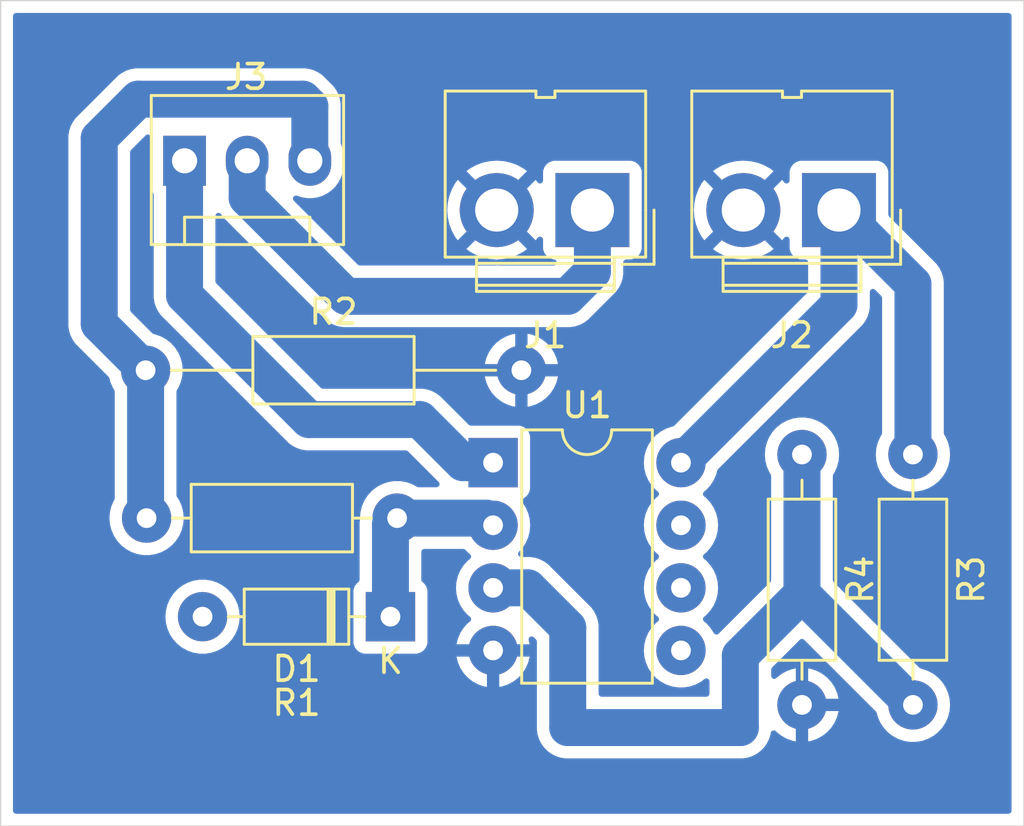
<source format=kicad_pcb>
(kicad_pcb (version 20240108) (generator "pcbnew") (generator_version "8.0")
  (layers (0 "F.Cu" signal) (31 "B.Cu" signal) (34 "B.Paste" user) (35 "F.Paste" user) (36 "B.SilkS" user "B.Silkscreen") (37 "F.SilkS" user "F.Silkscreen") (38 "B.Mask" user) (39 "F.Mask" user) (44 "Edge.Cuts" user))
  (net 0 "")
  (net 1 "Net-(D1-K)")
  (net 2 "Net-(U1A-+)")
  (net 3 "Net-(J1-Pin_1)")
  (net 4 "GND")
  (net 5 "Net-(J2-Pin_1)")
  (net 6 "Net-(J3-Pin_1)")
  (net 7 "Net-(J3-Pin_3)")
  (footprint "Package_DIP:DIP-8_W7.62mm" (layer "F.Cu") (at 110.4725 85.25)
    (property "Reference" "U1" (at 3.81 -2.33 0) (layer "F.SilkS"))
    (property "Value" "MCP6002-xMC")
    (fp_line (start 1.16 -1.33) (end 1.16 8.95) (stroke (width 0.12)) (layer "F.SilkS"))
    (fp_line (start 1.16 8.95) (end 6.46 8.95) (stroke (width 0.12)) (layer "F.SilkS"))
    (fp_line (start 2.81 -1.33) (end 1.16 -1.33) (stroke (width 0.12)) (layer "F.SilkS"))
    (fp_line (start 6.46 -1.33) (end 4.81 -1.33) (stroke (width 0.12)) (layer "F.SilkS"))
    (fp_line (start 6.46 8.95) (end 6.46 -1.33) (stroke (width 0.12)) (layer "F.SilkS"))
    (fp_arc (start 4.81 -1.33) (mid 3.81 -0.33) (end 2.81 -1.33) (stroke (width 0.12)) (layer "F.SilkS"))
    (pad "1" thru_hole rect (at 0 0) (size 2 2) (drill 0.8) (layers "*.Cu" "*.Mask") (net 6 "Net-(J3-Pin_1)"))
    (pad "2" thru_hole oval (at 0 2.54) (size 2 2) (drill 0.8) (layers "*.Cu" "*.Mask") (net 1 "Net-(D1-K)"))
    (pad "3" thru_hole oval (at 0 5.08) (size 2 2) (drill 0.8) (layers "*.Cu" "*.Mask") (net 2 "Net-(U1A-+)"))
    (pad "4" thru_hole oval (at 0 7.62) (size 2 2) (drill 0.8) (layers "*.Cu" "*.Mask") (net 4 "GND"))
    (pad "5" thru_hole oval (at 7.62 7.62) (size 2 2) (drill 0.8) (layers "*.Cu" "*.Mask"))
    (pad "6" thru_hole oval (at 7.62 5.08) (size 2 2) (drill 0.8) (layers "*.Cu" "*.Mask"))
    (pad "7" thru_hole oval (at 7.62 2.54) (size 2 2) (drill 0.8) (layers "*.Cu" "*.Mask"))
    (pad "8" thru_hole oval (at 7.62 0) (size 2 2) (drill 0.8) (layers "*.Cu" "*.Mask") (net 5 "Net-(J2-Pin_1)"))
  )
  (footprint "Resistor_THT:R_Axial_DIN0207_L6.3mm_D2.5mm_P10.16mm_Horizontal" (layer "F.Cu") (at 127.5 84.92 -90)
    (property "Reference" "R3" (at 5.08 -2.37 90) (layer "F.SilkS"))
    (property "Value" "15k" (hide yes))
    (fp_line (start 1.81 1.37) (end 8.35 1.37) (stroke (width 0.12)) (layer "F.SilkS"))
    (fp_line (start 8.35 1.37) (end 8.35 -1.37) (stroke (width 0.12)) (layer "F.SilkS"))
    (fp_line (start 1.04 0) (end 1.81 0) (stroke (width 0.12)) (layer "F.SilkS"))
    (fp_line (start 9.12 0) (end 8.35 0) (stroke (width 0.12)) (layer "F.SilkS"))
    (fp_line (start 1.81 -1.37) (end 1.81 1.37) (stroke (width 0.12)) (layer "F.SilkS"))
    (fp_line (start 8.35 -1.37) (end 1.81 -1.37) (stroke (width 0.12)) (layer "F.SilkS"))
    (pad "1" thru_hole circle (at 0 0 270) (size 2 2) (drill 0.8) (layers "*.Cu" "*.Mask") (net 5 "Net-(J2-Pin_1)"))
    (pad "2" thru_hole oval (at 10.16 0 270) (size 2 2) (drill 0.8) (layers "*.Cu" "*.Mask") (net 2 "Net-(U1A-+)"))
  )
  (footprint "Resistor_THT:R_Axial_DIN0207_L6.3mm_D2.5mm_P15.24mm_Horizontal" (layer "F.Cu") (at 96.38 81.5)
    (property "Reference" "R2" (at 7.62 -2.37 0) (layer "F.SilkS"))
    (property "Value" "0.1")
    (fp_line (start 1.04 0) (end 4.35 0) (stroke (width 0.12)) (layer "F.SilkS"))
    (fp_line (start 4.35 -1.37) (end 4.35 1.37) (stroke (width 0.12)) (layer "F.SilkS"))
    (fp_line (start 4.35 1.37) (end 10.89 1.37) (stroke (width 0.12)) (layer "F.SilkS"))
    (fp_line (start 10.89 -1.37) (end 4.35 -1.37) (stroke (width 0.12)) (layer "F.SilkS"))
    (fp_line (start 10.89 1.37) (end 10.89 -1.37) (stroke (width 0.12)) (layer "F.SilkS"))
    (fp_line (start 14.2 0) (end 10.89 0) (stroke (width 0.12)) (layer "F.SilkS"))
    (pad "1" thru_hole circle (at 0 0) (size 2 2) (drill 0.8) (layers "*.Cu" "*.Mask") (net 7 "Net-(J3-Pin_3)"))
    (pad "2" thru_hole oval (at 15.24 0) (size 2 2) (drill 0.8) (layers "*.Cu" "*.Mask") (net 4 "GND"))
  )
  (footprint "Resistor_THT:R_Axial_DIN0207_L6.3mm_D2.5mm_P10.16mm_Horizontal" (layer "F.Cu") (at 106.58 87.5 180)
    (property "Reference" "R1" (at 4.08 -7.5 0) (layer "F.SilkS"))
    (property "Value" "20k")
    (fp_line (start 9.12 0) (end 8.35 0) (stroke (width 0.12)) (layer "F.SilkS"))
    (fp_line (start 8.35 1.37) (end 8.35 -1.37) (stroke (width 0.12)) (layer "F.SilkS"))
    (fp_line (start 8.35 -1.37) (end 1.81 -1.37) (stroke (width 0.12)) (layer "F.SilkS"))
    (fp_line (start 1.81 1.37) (end 8.35 1.37) (stroke (width 0.12)) (layer "F.SilkS"))
    (fp_line (start 1.81 -1.37) (end 1.81 1.37) (stroke (width 0.12)) (layer "F.SilkS"))
    (fp_line (start 1.04 0) (end 1.81 0) (stroke (width 0.12)) (layer "F.SilkS"))
    (pad "1" thru_hole circle (at 0 0 180) (size 2 2) (drill 0.8) (layers "*.Cu" "*.Mask") (net 1 "Net-(D1-K)"))
    (pad "2" thru_hole oval (at 10.16 0 180) (size 2 2) (drill 0.8) (layers "*.Cu" "*.Mask") (net 7 "Net-(J3-Pin_3)"))
  )
  (footprint "Connector:JWT_A3963_1x02_P3.96mm_Vertical" (layer "F.Cu") (at 124.5 75 180)
    (property "Reference" "J2" (at 1.91 -5.08 0) (layer "F.SilkS"))
    (property "Value" "Conn_01x02_Socket")
    (fp_line (start 5.97 4.83) (end 5.97 0) (stroke (width 0.12)) (layer "F.SilkS"))
    (fp_line (start 5.97 -1.91) (end 5.97 0) (stroke (width 0.12)) (layer "F.SilkS"))
    (fp_line (start 4.7 -1.91) (end 4.7 -3.3) (stroke (width 0.12)) (layer "F.SilkS"))
    (fp_line (start 2.29 4.83) (end 5.97 4.83) (stroke (width 0.12)) (layer "F.SilkS"))
    (fp_line (start 2.29 4.57) (end 2.29 4.83) (stroke (width 0.12)) (layer "F.SilkS"))
    (fp_line (start 1.52 4.83) (end 1.52 4.57) (stroke (width 0.12)) (layer "F.SilkS"))
    (fp_line (start 1.52 4.83) (end -2.16 4.83) (stroke (width 0.12)) (layer "F.SilkS"))
    (fp_line (start 1.52 4.57) (end 2.29 4.57) (stroke (width 0.12)) (layer "F.SilkS"))
    (fp_line (start -0.89 -1.91) (end -0.89 -3.3) (stroke (width 0.12)) (layer "F.SilkS"))
    (fp_line (start -0.89 -2.16) (end 4.7 -2.16) (stroke (width 0.12)) (layer "F.SilkS"))
    (fp_line (start -0.89 -3.05) (end 4.7 -3.05) (stroke (width 0.12)) (layer "F.SilkS"))
    (fp_line (start -0.89 -3.3) (end 4.7 -3.3) (stroke (width 0.12)) (layer "F.SilkS"))
    (fp_line (start -1.2 -2.2) (end -2.5 -2.2) (stroke (width 0.12)) (layer "F.SilkS"))
    (fp_line (start -2.16 0) (end -2.16 4.83) (stroke (width 0.12)) (layer "F.SilkS"))
    (fp_line (start -2.16 -1.91) (end 5.97 -1.91) (stroke (width 0.12)) (layer "F.SilkS"))
    (fp_line (start -2.16 -1.91) (end -2.16 0) (stroke (width 0.12)) (layer "F.SilkS"))
    (fp_line (start -2.5 -2.2) (end -2.5 0) (stroke (width 0.12)) (layer "F.SilkS"))
    (pad "1" thru_hole rect (at 0 0 180) (size 3 3) (drill 1.75) (layers "*.Cu" "*.Mask") (net 5 "Net-(J2-Pin_1)"))
    (pad "2" thru_hole circle (at 3.88 0 180) (size 3 3) (drill 1.75) (layers "*.Cu" "*.Mask") (net 4 "GND"))
  )
  (footprint "Connector:FanPinHeader_1x03_P2.54mm_Vertical" (layer "F.Cu") (at 97.96 73)
    (property "Reference" "J3" (at 2.5 -3.4 0) (layer "F.SilkS"))
    (property "Value" "Conn_01x03_Socket")
    (fp_line (start -1.35 -2.65) (end 6.45 -2.65) (stroke (width 0.12)) (layer "F.SilkS"))
    (fp_line (start -1.35 3.4) (end -1.35 -2.65) (stroke (width 0.12)) (layer "F.SilkS"))
    (fp_line (start 0 2.29) (end 5.08 2.29) (stroke (width 0.12)) (layer "F.SilkS"))
    (fp_line (start 0 3.3) (end 0 2.29) (stroke (width 0.12)) (layer "F.SilkS"))
    (fp_line (start 5.08 2.29) (end 5.08 3.3) (stroke (width 0.12)) (layer "F.SilkS"))
    (fp_line (start 6.45 -2.65) (end 6.45 3.4) (stroke (width 0.12)) (layer "F.SilkS"))
    (fp_line (start 6.45 3.4) (end -1.35 3.4) (stroke (width 0.12)) (layer "F.SilkS"))
    (pad "1" thru_hole rect (at 0 0 90) (size 2.03 1.73) (drill 1.02) (layers "*.Cu" "*.Mask") (net 6 "Net-(J3-Pin_1)"))
    (pad "2" thru_hole oval (at 2.54 0 90) (size 2.03 1.73) (drill 1.02) (layers "*.Cu" "*.Mask") (net 3 "Net-(J1-Pin_1)"))
    (pad "3" thru_hole oval (at 5.08 0 90) (size 2.03 1.73) (drill 1.02) (layers "*.Cu" "*.Mask") (net 7 "Net-(J3-Pin_3)"))
  )
  (footprint "Resistor_THT:R_Axial_DIN0207_L6.3mm_D2.5mm_P10.16mm_Horizontal" (layer "F.Cu") (at 123 84.92 -90)
    (property "Reference" "R4" (at 5.08 -2.37 90) (layer "F.SilkS"))
    (property "Value" "300")
    (fp_line (start 1.81 1.37) (end 8.35 1.37) (stroke (width 0.12)) (layer "F.SilkS"))
    (fp_line (start 8.35 1.37) (end 8.35 -1.37) (stroke (width 0.12)) (layer "F.SilkS"))
    (fp_line (start 1.04 0) (end 1.81 0) (stroke (width 0.12)) (layer "F.SilkS"))
    (fp_line (start 9.12 0) (end 8.35 0) (stroke (width 0.12)) (layer "F.SilkS"))
    (fp_line (start 1.81 -1.37) (end 1.81 1.37) (stroke (width 0.12)) (layer "F.SilkS"))
    (fp_line (start 8.35 -1.37) (end 1.81 -1.37) (stroke (width 0.12)) (layer "F.SilkS"))
    (pad "1" thru_hole circle (at 0 0 270) (size 2 2) (drill 0.8) (layers "*.Cu" "*.Mask") (net 2 "Net-(U1A-+)"))
    (pad "2" thru_hole oval (at 10.16 0 270) (size 2 2) (drill 0.8) (layers "*.Cu" "*.Mask") (net 4 "GND"))
  )
  (footprint "Connector:JWT_A3963_1x02_P3.96mm_Vertical" (layer "F.Cu") (at 114.5 75 180)
    (property "Reference" "J1" (at 1.91 -5.08 0) (layer "F.SilkS"))
    (property "Value" "Conn_01x02_Socket")
    (fp_line (start 5.97 4.83) (end 5.97 0) (stroke (width 0.12)) (layer "F.SilkS"))
    (fp_line (start 5.97 -1.91) (end 5.97 0) (stroke (width 0.12)) (layer "F.SilkS"))
    (fp_line (start 4.7 -1.91) (end 4.7 -3.3) (stroke (width 0.12)) (layer "F.SilkS"))
    (fp_line (start 2.29 4.83) (end 5.97 4.83) (stroke (width 0.12)) (layer "F.SilkS"))
    (fp_line (start 2.29 4.57) (end 2.29 4.83) (stroke (width 0.12)) (layer "F.SilkS"))
    (fp_line (start 1.52 4.83) (end 1.52 4.57) (stroke (width 0.12)) (layer "F.SilkS"))
    (fp_line (start 1.52 4.83) (end -2.16 4.83) (stroke (width 0.12)) (layer "F.SilkS"))
    (fp_line (start 1.52 4.57) (end 2.29 4.57) (stroke (width 0.12)) (layer "F.SilkS"))
    (fp_line (start -0.89 -1.91) (end -0.89 -3.3) (stroke (width 0.12)) (layer "F.SilkS"))
    (fp_line (start -0.89 -2.16) (end 4.7 -2.16) (stroke (width 0.12)) (layer "F.SilkS"))
    (fp_line (start -0.89 -3.05) (end 4.7 -3.05) (stroke (width 0.12)) (layer "F.SilkS"))
    (fp_line (start -0.89 -3.3) (end 4.7 -3.3) (stroke (width 0.12)) (layer "F.SilkS"))
    (fp_line (start -1.2 -2.2) (end -2.5 -2.2) (stroke (width 0.12)) (layer "F.SilkS"))
    (fp_line (start -2.16 0) (end -2.16 4.83) (stroke (width 0.12)) (layer "F.SilkS"))
    (fp_line (start -2.16 -1.91) (end 5.97 -1.91) (stroke (width 0.12)) (layer "F.SilkS"))
    (fp_line (start -2.16 -1.91) (end -2.16 0) (stroke (width 0.12)) (layer "F.SilkS"))
    (fp_line (start -2.5 -2.2) (end -2.5 0) (stroke (width 0.12)) (layer "F.SilkS"))
    (pad "1" thru_hole rect (at 0 0 180) (size 3 3) (drill 1.75) (layers "*.Cu" "*.Mask") (net 3 "Net-(J1-Pin_1)"))
    (pad "2" thru_hole circle (at 3.88 0 180) (size 3 3) (drill 1.75) (layers "*.Cu" "*.Mask") (net 4 "GND"))
  )
  (footprint "Diode_THT:D_DO-35_SOD27_P7.62mm_Horizontal" (layer "F.Cu") (at 106.31 91.5 180)
    (property "Reference" "D1" (at 3.81 -2.12 0) (layer "F.SilkS"))
    (property "Value" "1N4148")
    (fp_line (start 6.58 0) (end 5.93 0) (stroke (width 0.12)) (layer "F.SilkS"))
    (fp_line (start 5.93 1.12) (end 5.93 -1.12) (stroke (width 0.12)) (layer "F.SilkS"))
    (fp_line (start 5.93 -1.12) (end 1.69 -1.12) (stroke (width 0.12)) (layer "F.SilkS"))
    (fp_line (start 2.53 -1.12) (end 2.53 1.12) (stroke (width 0.12)) (layer "F.SilkS"))
    (fp_line (start 2.41 -1.12) (end 2.41 1.12) (stroke (width 0.12)) (layer "F.SilkS"))
    (fp_line (start 2.29 -1.12) (end 2.29 1.12) (stroke (width 0.12)) (layer "F.SilkS"))
    (fp_line (start 1.69 1.12) (end 5.93 1.12) (stroke (width 0.12)) (layer "F.SilkS"))
    (fp_line (start 1.69 -1.12) (end 1.69 1.12) (stroke (width 0.12)) (layer "F.SilkS"))
    (fp_line (start 1.04 0) (end 1.69 0) (stroke (width 0.12)) (layer "F.SilkS"))
    (fp_text user "K" (at 0 -1.8 0) (layer "F.SilkS"))
    (pad "1" thru_hole rect (at 0 0 180) (size 2 2) (drill 0.8) (layers "*.Cu" "*.Mask") (net 1 "Net-(D1-K)"))
    (pad "2" thru_hole oval (at 7.62 0 180) (size 2 2) (drill 0.8) (layers "*.Cu" "*.Mask"))
  )
  (gr_rect (start 90.5 66.5) (end 132 100) (stroke (width 0.05)) (fill none) (layer "Edge.Cuts"))
  (segment (start 110.1825 87.5) (end 110.4725 87.79) (width 1.5) (layer "B.Cu") (net 1))
  (segment (start 106.31 91.5) (end 106.31 87.77) (width 1.5) (layer "B.Cu") (net 1))
  (segment (start 106.58 87.5) (end 110.1825 87.5) (width 1.5) (layer "B.Cu") (net 1))
  (segment (start 106.31 87.77) (end 106.58 87.5) (width 1.5) (layer "B.Cu") (net 1))
  (segment (start 120.5 93.08) (end 123 90.58) (width 1.5) (layer "B.Cu") (net 2))
  (segment (start 120.5 96) (end 120.5 93.08) (width 1.5) (layer "B.Cu") (net 2))
  (segment (start 110.4725 90.33) (end 111.886713 90.33) (width 1.5) (layer "B.Cu") (net 2))
  (segment (start 123 90.58) (end 123 90.508085) (width 1) (layer "B.Cu") (net 2))
  (segment (start 127.5 95.08) (end 123 90.58) (width 1.5) (layer "B.Cu") (net 2))
  (segment (start 111.886713 90.33) (end 113.5 91.943287) (width 1.5) (layer "B.Cu") (net 2))
  (segment (start 123 84.92) (end 123 90.58) (width 1.5) (layer "B.Cu") (net 2))
  (segment (start 113.5 96) (end 120.5 96) (width 1.5) (layer "B.Cu") (net 2))
  (segment (start 113.5 91.943287) (end 113.5 96) (width 1.5) (layer "B.Cu") (net 2))
  (segment (start 114.5 77.5) (end 114.5 75) (width 1.5) (layer "B.Cu") (net 3))
  (segment (start 100.5 74.5) (end 104.5 78.5) (width 1.5) (layer "B.Cu") (net 3))
  (segment (start 113.5 78.5) (end 114.5 77.5) (width 1.5) (layer "B.Cu") (net 3))
  (segment (start 104.5 78.5) (end 113.5 78.5) (width 1.5) (layer "B.Cu") (net 3))
  (segment (start 100.5 73) (end 100.5 74.5) (width 1.5) (layer "B.Cu") (net 3))
  (segment (start 127.5 78) (end 127.5 84.92) (width 1.5) (layer "B.Cu") (net 5))
  (segment (start 124.5 75) (end 124.5 78.8425) (width 1.5) (layer "B.Cu") (net 5))
  (segment (start 124.5 75) (end 127.5 78) (width 1.5) (layer "B.Cu") (net 5))
  (segment (start 124.5 78.8425) (end 118.0925 85.25) (width 1.5) (layer "B.Cu") (net 5))
  (segment (start 107.5 83.5) (end 109.25 85.25) (width 1.5) (layer "B.Cu") (net 6))
  (segment (start 103 83.5) (end 107.5 83.5) (width 1.5) (layer "B.Cu") (net 6))
  (segment (start 109.25 85.25) (end 110.4725 85.25) (width 1.5) (layer "B.Cu") (net 6))
  (segment (start 97.96 78.46) (end 103 83.5) (width 1.5) (layer "B.Cu") (net 6))
  (segment (start 97.96 73) (end 97.96 78.46) (width 1.5) (layer "B.Cu") (net 6))
  (segment (start 103.04 70.785) (end 102.755 70.5) (width 1.5) (layer "B.Cu") (net 7))
  (segment (start 96.08 70.5) (end 94.5 72.08) (width 1.5) (layer "B.Cu") (net 7))
  (segment (start 103.04 73) (end 103.04 70.785) (width 1.5) (layer "B.Cu") (net 7))
  (segment (start 102.755 70.5) (end 96.08 70.5) (width 1.5) (layer "B.Cu") (net 7))
  (segment (start 94.5 79.62) (end 96.38 81.5) (width 1.5) (layer "B.Cu") (net 7))
  (segment (start 96.38 81.5) (end 96.38 87.46) (width 1.5) (layer "B.Cu") (net 7))
  (segment (start 94.5 72.08) (end 94.5 79.62) (width 1.5) (layer "B.Cu") (net 7))
  (segment (start 96.38 87.46) (end 96.42 87.5) (width 1.5) (layer "B.Cu") (net 7))
  (zone (net 4) (net_name "GND") (layer "B.Cu") (connect_pads (clearance 0.5)) (min_thickness 0.25) (fill yes (thermal_gap 0.5) (thermal_bridge_width 0.5))
    (polygon (pts (xy 90.5 66.5) (xy 132 66.5) (xy 132 100) (xy 90.5 100)))
  )
)
</source>
